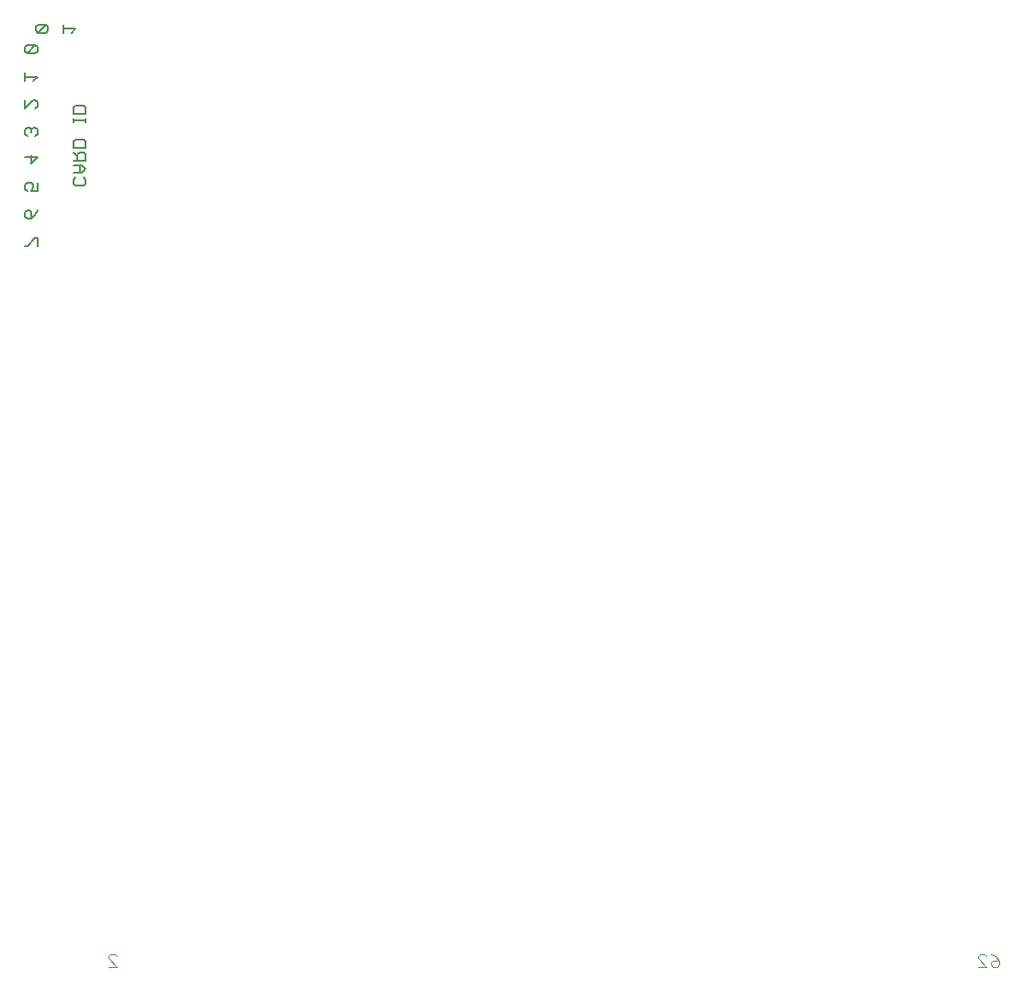
<source format=gbo>
G75*
G70*
%OFA0B0*%
%FSLAX24Y24*%
%IPPOS*%
%LPD*%
%AMOC8*
5,1,8,0,0,1.08239X$1,22.5*
%
%ADD10C,0.0060*%
%ADD11C,0.0040*%
D10*
X041085Y030275D02*
X041158Y030275D01*
X041452Y030568D01*
X041525Y030568D01*
X041525Y030275D01*
X041305Y031275D02*
X041305Y031495D01*
X041232Y031568D01*
X041158Y031568D01*
X041085Y031495D01*
X041085Y031348D01*
X041158Y031275D01*
X041305Y031275D01*
X041452Y031422D01*
X041525Y031568D01*
X041525Y032275D02*
X041305Y032275D01*
X041379Y032422D01*
X041379Y032495D01*
X041305Y032568D01*
X041158Y032568D01*
X041085Y032495D01*
X041085Y032348D01*
X041158Y032275D01*
X041525Y032275D02*
X041525Y032568D01*
X041305Y033275D02*
X041305Y033568D01*
X041085Y033495D02*
X041525Y033495D01*
X041305Y033275D01*
X042835Y033224D02*
X043129Y033224D01*
X043275Y033078D01*
X043129Y032931D01*
X042835Y032931D01*
X042908Y032764D02*
X042835Y032691D01*
X042835Y032544D01*
X042908Y032470D01*
X043202Y032470D01*
X043275Y032544D01*
X043275Y032691D01*
X043202Y032764D01*
X043055Y032931D02*
X043055Y033224D01*
X042982Y033391D02*
X042982Y033611D01*
X043055Y033685D01*
X043202Y033685D01*
X043275Y033611D01*
X043275Y033391D01*
X042835Y033391D01*
X042982Y033538D02*
X042835Y033685D01*
X042835Y033852D02*
X042835Y034072D01*
X042908Y034145D01*
X043202Y034145D01*
X043275Y034072D01*
X043275Y033852D01*
X042835Y033852D01*
X042835Y034772D02*
X042835Y034919D01*
X042835Y034846D02*
X043275Y034846D01*
X043275Y034919D02*
X043275Y034772D01*
X043275Y035079D02*
X043275Y035299D01*
X043202Y035373D01*
X042908Y035373D01*
X042835Y035299D01*
X042835Y035079D01*
X043275Y035079D01*
X041525Y035348D02*
X041452Y035275D01*
X041525Y035348D02*
X041525Y035495D01*
X041452Y035568D01*
X041379Y035568D01*
X041085Y035275D01*
X041085Y035568D01*
X041085Y036275D02*
X041085Y036568D01*
X041085Y036422D02*
X041525Y036422D01*
X041379Y036275D01*
X041452Y037275D02*
X041525Y037348D01*
X041525Y037495D01*
X041452Y037568D01*
X041158Y037275D01*
X041085Y037348D01*
X041085Y037495D01*
X041158Y037568D01*
X041452Y037568D01*
X041452Y037275D02*
X041158Y037275D01*
X041533Y038025D02*
X041827Y038318D01*
X041533Y038318D01*
X041460Y038245D01*
X041460Y038098D01*
X041533Y038025D01*
X041827Y038025D01*
X041900Y038098D01*
X041900Y038245D01*
X041827Y038318D01*
X042460Y038318D02*
X042460Y038025D01*
X042460Y038172D02*
X042900Y038172D01*
X042754Y038025D01*
X041452Y034568D02*
X041379Y034568D01*
X041305Y034495D01*
X041232Y034568D01*
X041158Y034568D01*
X041085Y034495D01*
X041085Y034348D01*
X041158Y034275D01*
X041305Y034422D02*
X041305Y034495D01*
X041452Y034568D02*
X041525Y034495D01*
X041525Y034348D01*
X041452Y034275D01*
D11*
X044103Y004120D02*
X044410Y004120D01*
X044103Y004427D01*
X044103Y004504D01*
X044180Y004580D01*
X044333Y004580D01*
X044410Y004504D01*
X075643Y004504D02*
X075719Y004580D01*
X075873Y004580D01*
X075950Y004504D01*
X076103Y004580D02*
X076257Y004504D01*
X076410Y004350D01*
X076180Y004350D01*
X076103Y004273D01*
X076103Y004197D01*
X076180Y004120D01*
X076333Y004120D01*
X076410Y004197D01*
X076410Y004350D01*
X075950Y004120D02*
X075643Y004427D01*
X075643Y004504D01*
X075643Y004120D02*
X075950Y004120D01*
M02*

</source>
